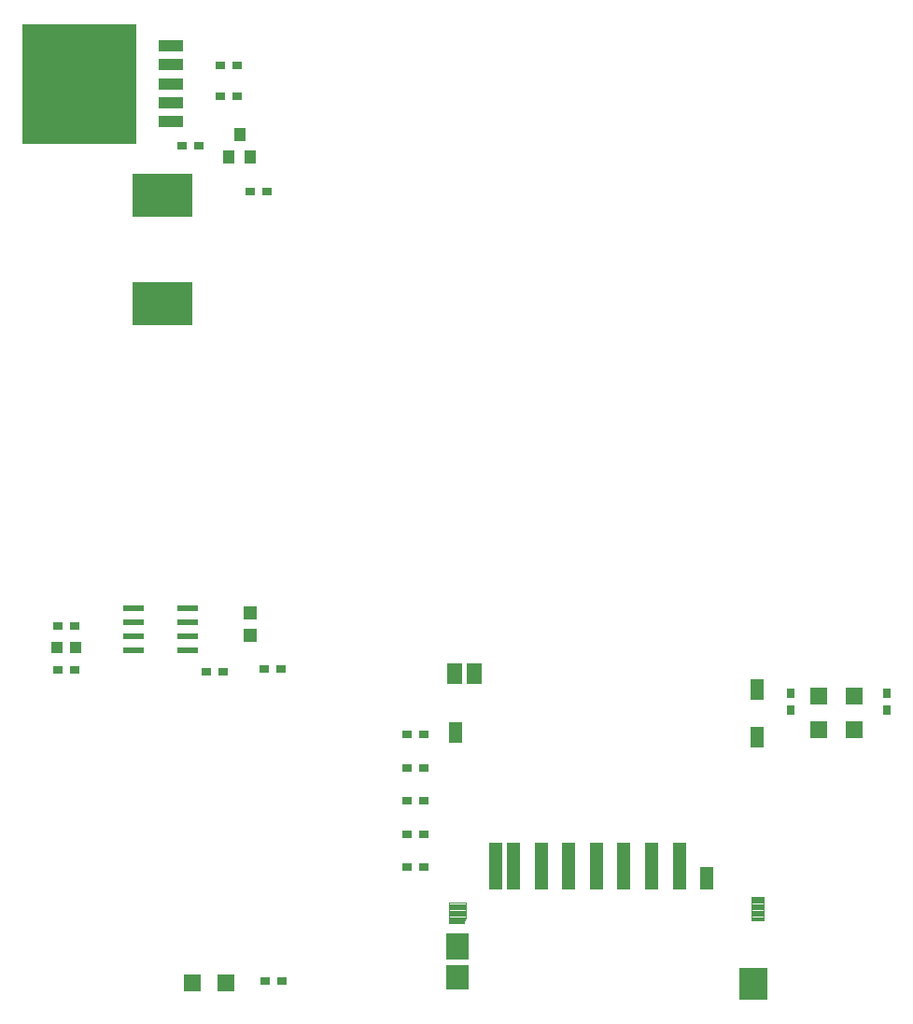
<source format=gtp>
G75*
G70*
%OFA0B0*%
%FSLAX24Y24*%
%IPPOS*%
%LPD*%
%AMOC8*
5,1,8,0,0,1.08239X$1,22.5*
%
%ADD10R,0.0827X0.0866*%
%ADD11R,0.0827X0.0945*%
%ADD12R,0.1024X0.1142*%
%ADD13R,0.0512X0.0748*%
%ADD14R,0.0551X0.0768*%
%ADD15R,0.0472X0.1693*%
%ADD16R,0.0472X0.0787*%
%ADD17C,0.0040*%
%ADD18R,0.0591X0.0591*%
%ADD19R,0.0354X0.0315*%
%ADD20R,0.4098X0.4252*%
%ADD21R,0.0850X0.0420*%
%ADD22R,0.2126X0.1575*%
%ADD23R,0.0394X0.0500*%
%ADD24R,0.0315X0.0354*%
%ADD25R,0.0780X0.0210*%
%ADD26R,0.0433X0.0394*%
%ADD27R,0.0512X0.0472*%
D10*
X018718Y004785D03*
D11*
X018718Y005868D03*
D12*
X029269Y004549D03*
D13*
X029426Y013329D03*
X029426Y015041D03*
X018639Y013506D03*
D14*
X018600Y015592D03*
X019308Y015592D03*
D15*
X020086Y008752D03*
X020726Y008752D03*
X021710Y008752D03*
X022694Y008752D03*
X023678Y008752D03*
X024663Y008752D03*
X025647Y008752D03*
X026631Y008752D03*
D16*
X027615Y008299D03*
D17*
X029210Y007639D02*
X029210Y006814D01*
X029642Y006814D01*
X029642Y007639D01*
X029210Y007639D01*
X029210Y007617D02*
X029642Y007617D01*
X029642Y007579D02*
X029210Y007579D01*
X029210Y007540D02*
X029642Y007540D01*
X029642Y007502D02*
X029210Y007502D01*
X029210Y007463D02*
X029642Y007463D01*
X029642Y007425D02*
X029210Y007425D01*
X029210Y007386D02*
X029642Y007386D01*
X029642Y007348D02*
X029210Y007348D01*
X029210Y007309D02*
X029642Y007309D01*
X029642Y007271D02*
X029210Y007271D01*
X029210Y007232D02*
X029642Y007232D01*
X029642Y007194D02*
X029210Y007194D01*
X029210Y007155D02*
X029642Y007155D01*
X029642Y007117D02*
X029210Y007117D01*
X029210Y007078D02*
X029642Y007078D01*
X029642Y007040D02*
X029210Y007040D01*
X029210Y007001D02*
X029642Y007001D01*
X029642Y006963D02*
X029210Y006963D01*
X029210Y006924D02*
X029642Y006924D01*
X029642Y006886D02*
X029210Y006886D01*
X029210Y006847D02*
X029642Y006847D01*
X019011Y006909D02*
X018932Y006761D01*
X018932Y006692D01*
X018402Y006692D01*
X018402Y007439D01*
X019011Y007439D01*
X019011Y006909D01*
X019011Y006924D02*
X018402Y006924D01*
X018402Y006886D02*
X018998Y006886D01*
X018978Y006847D02*
X018402Y006847D01*
X018402Y006809D02*
X018957Y006809D01*
X018937Y006770D02*
X018402Y006770D01*
X018402Y006732D02*
X018932Y006732D01*
X018932Y006693D02*
X018402Y006693D01*
X018402Y006963D02*
X019011Y006963D01*
X019011Y007001D02*
X018402Y007001D01*
X018402Y007040D02*
X019011Y007040D01*
X019011Y007078D02*
X018402Y007078D01*
X018402Y007117D02*
X019011Y007117D01*
X019011Y007155D02*
X018402Y007155D01*
X018402Y007194D02*
X019011Y007194D01*
X019011Y007232D02*
X018402Y007232D01*
X018402Y007271D02*
X019011Y007271D01*
X019011Y007309D02*
X018402Y007309D01*
X018402Y007348D02*
X019011Y007348D01*
X019011Y007386D02*
X018402Y007386D01*
X018402Y007425D02*
X019011Y007425D01*
D18*
X009255Y004581D03*
X010433Y004581D03*
X031627Y013621D03*
X031627Y014799D03*
X032867Y014799D03*
X032867Y013621D03*
D19*
X017529Y013427D03*
X016929Y013427D03*
X016929Y012246D03*
X017529Y012246D03*
X017529Y011064D03*
X016929Y011064D03*
X016929Y009883D03*
X017529Y009883D03*
X017529Y008702D03*
X016929Y008702D03*
X012454Y004655D03*
X011854Y004655D03*
X010349Y015677D03*
X009749Y015677D03*
X011811Y015789D03*
X012411Y015789D03*
X005033Y015757D03*
X004433Y015757D03*
X004433Y017301D03*
X005033Y017301D03*
X011315Y032816D03*
X011915Y032816D03*
X009490Y034427D03*
X008890Y034427D03*
X010236Y036194D03*
X010836Y036194D03*
X010836Y037324D03*
X010236Y037324D03*
D20*
X005205Y036655D03*
D21*
X008485Y036655D03*
X008485Y035985D03*
X008485Y035315D03*
X008485Y037325D03*
X008485Y037995D03*
D22*
X008174Y032679D03*
X008174Y028820D03*
D23*
X010556Y034057D03*
X011304Y034057D03*
X010930Y034844D03*
D24*
X030615Y014908D03*
X030615Y014308D03*
X034040Y014308D03*
X034040Y014908D03*
D25*
X009085Y016448D03*
X009085Y016948D03*
X009085Y017448D03*
X009085Y017948D03*
X007145Y017948D03*
X007145Y017448D03*
X007145Y016948D03*
X007145Y016448D03*
D26*
X005068Y016527D03*
X004398Y016527D03*
D27*
X011324Y016964D03*
X011324Y017764D03*
M02*

</source>
